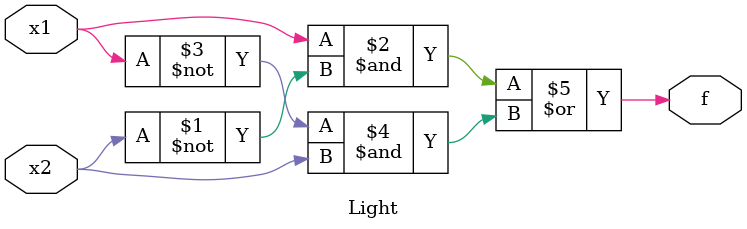
<source format=v>
module Light(x1, x2, f);
	input x1, x2;
	output f;
	
	assign f=(x1 & ~x2)|(~x1 & x2);

endmodule
</source>
